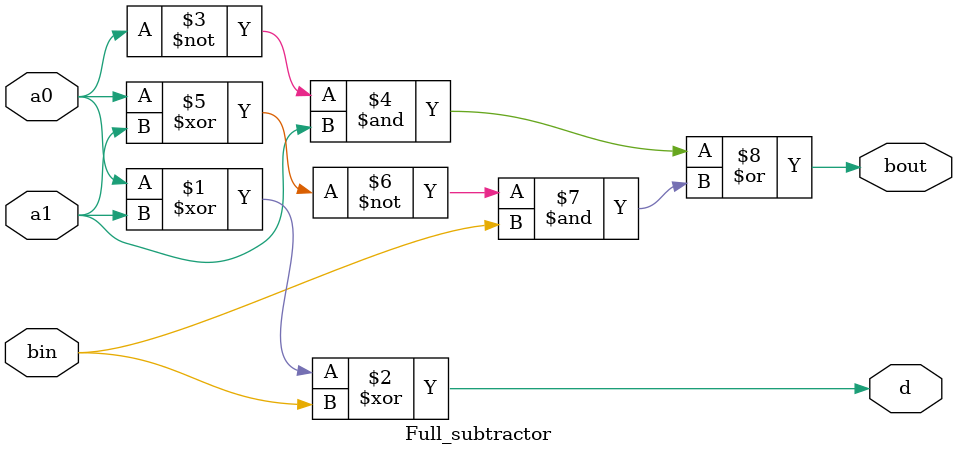
<source format=v>
`timescale 1ns / 1ps


module Full_subtractor(
    input a0,a1,bin,
    output d,bout
    );
    assign d = a0 ^ a1 ^ bin;
    assign bout = (~a0 & a1) | ((~(a0 ^ a1)) & bin);
endmodule

</source>
